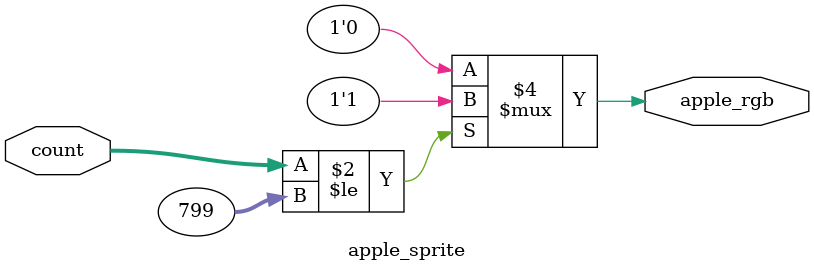
<source format=sv>
module apple_sprite(
    input logic [9:0] count, // 10-bit input to cover the range of indices (0 to 799)
    output logic apple_rgb // 1-bit output to represent the value at the index
);

    always_comb begin
        if ((count <= 799)) begin
            apple_rgb = 1;
        end else begin
            apple_rgb = 0;
        end
    end

endmodule

</source>
